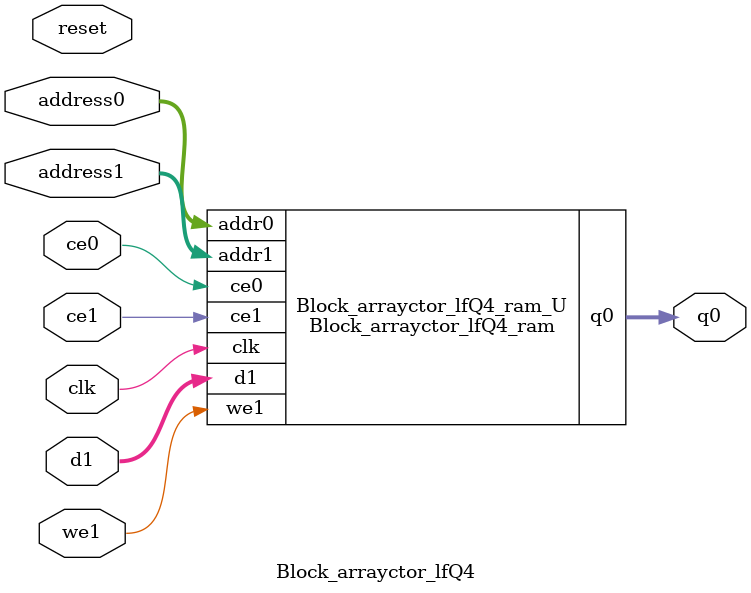
<source format=v>
`timescale 1 ns / 1 ps
module Block_arrayctor_lfQ4_ram (addr0, ce0, q0, addr1, ce1, d1, we1,  clk);

parameter DWIDTH = 5;
parameter AWIDTH = 4;
parameter MEM_SIZE = 16;

input[AWIDTH-1:0] addr0;
input ce0;
output reg[DWIDTH-1:0] q0;
input[AWIDTH-1:0] addr1;
input ce1;
input[DWIDTH-1:0] d1;
input we1;
input clk;

(* ram_style = "distributed" *)reg [DWIDTH-1:0] ram[0:MEM_SIZE-1];




always @(posedge clk)  
begin 
    if (ce0) begin
        q0 <= ram[addr0];
    end
end


always @(posedge clk)  
begin 
    if (ce1) begin
        if (we1) 
            ram[addr1] <= d1; 
    end
end


endmodule

`timescale 1 ns / 1 ps
module Block_arrayctor_lfQ4(
    reset,
    clk,
    address0,
    ce0,
    q0,
    address1,
    ce1,
    we1,
    d1);

parameter DataWidth = 32'd5;
parameter AddressRange = 32'd16;
parameter AddressWidth = 32'd4;
input reset;
input clk;
input[AddressWidth - 1:0] address0;
input ce0;
output[DataWidth - 1:0] q0;
input[AddressWidth - 1:0] address1;
input ce1;
input we1;
input[DataWidth - 1:0] d1;



Block_arrayctor_lfQ4_ram Block_arrayctor_lfQ4_ram_U(
    .clk( clk ),
    .addr0( address0 ),
    .ce0( ce0 ),
    .q0( q0 ),
    .addr1( address1 ),
    .ce1( ce1 ),
    .we1( we1 ),
    .d1( d1 ));

endmodule


</source>
